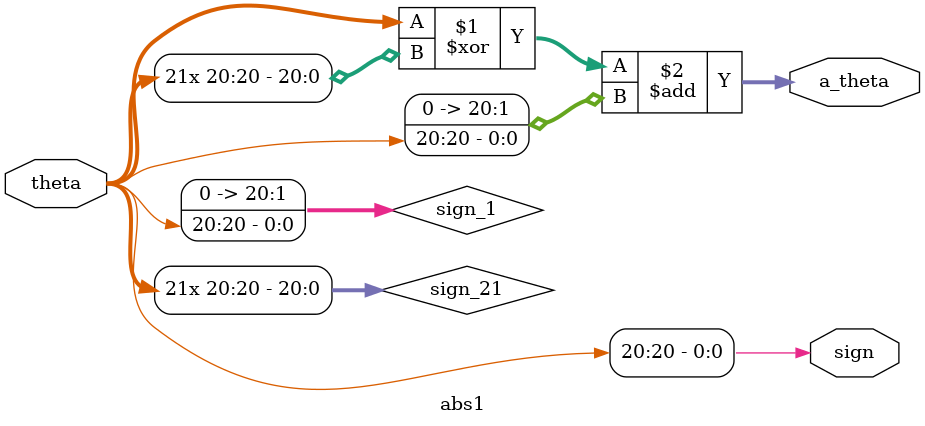
<source format=v>
`timescale 1ns / 1ps


module flow(
    input clk,
    //input [15:0] X0,
    //input [15:0] Y0,
    input [20:0] theta_in,
    output reg [20:0] cosh_r,
    output reg [20:0] sinh_r
    );
    
    //integer a; // rectify this 
   
    reg [20:0] X0,Y0,theta0;
    //assign Y0 = a[31:16];
    //assign X0 = a[16:0];
    
    wire [20:0] X1, Y1, X2, Y2, X3, Y3;
	wire [20:0] theta1, theta2, theta3;
	wire [20:0] cosh,sinh;
	
	
	reg [20:0] X1_r, Y1_r, X2_r, Y2_r, X3_r, Y3_r;
	reg [20:0] theta1_r, theta2_r, theta3_r;
	
	//wire [15:0]t_abs;
	//wire s_bit;
	
	//abs1 inst(theta0,t_abs, s_bit);
	
	stage_1 s1(X0, Y0, theta0, X1, Y1, theta1);
	
	stage_2 s2(X1_r, Y1_r, theta1_r, X2, Y2, theta2);

	stage_3 s3(X2_r, Y2_r, theta2_r, X3, Y3, theta3);
	
	stage_4 s4(X3_r, Y3_r, theta3_r, cosh, sinh);


    initial 
        theta0 = 21'b0;
    
    always@(posedge clk)
    begin
        if(theta_in < 21'b000001100100100001111)
        begin
            X0 = 21'b000010000000000000000;
            Y0 = 21'b000000000000000000000;
            theta0 =  theta_in;
        end
        else if(theta_in < 21'b000011001001000011111)
        begin
            X0 = 21'b000010101010001111011;
            Y0 = 21'b000001101111010111001;
            theta0 = theta_in - 21'b000001100100100001111;
        end
        else if(theta_in < 21'b000100101101100101111)
        begin
            X0 = 21'b000101000001010011110;
            Y0 = 21'b000100100110011001101;
            theta0 = theta_in - 21'b000011001001000011111;
        end 
        else
        begin
            X0 = 21'b001010101000111101100;
            Y0 = 21'b001010011100001010010;
            theta0 = theta_in - 21'b000100101101100101111;
        end
	end
	
	always@(posedge clk)
	begin
	   
	   theta1_r <= theta1;
	   theta2_r <= theta2;
	   theta3_r <= theta3;
	   
	   
	   X1_r <= X1;
       X2_r <= X2;
       X3_r <= X3;
        	
       Y1_r <= Y1;
       Y2_r <= Y2;
       Y3_r <= Y3;
       
       cosh_r <= cosh;
       sinh_r <= sinh;
	
	end
	
	
    
endmodule





//stage 1

module stage_1(
	input [20:0] X0, Y0, t0,
	output reg [20:0] X1, Y1, t1);

	wire [20:0] t_abs;
	wire s_bit;
	
	wire [20:0] xs, xc, ys, yc;
	
	
	(*DONT_TOUCH = "YES"*) abs1 inst1 (t0, t_abs, s_bit);
	(*DONT_TOUCH = "YES"*) shift_1 inst2  (X0,Y0,xc,ys);
	(*DONT_TOUCH = "YES"*) shift_1 inst3 (Y0,X0,yc,xs);
	
	
	//wire [15:0] xs_c,ys_c;
	//two_c inst_c1(xs,ys,xs_c,ys_c);
	
	
	
	always@(*)begin
		if(t_abs <=21'b000000100000000000000)
		begin
			X1 = X0;
			Y1 = Y0;
			t1 = t0;	
		end
		else
		begin
		     X1 = (s_bit) ? xc-ys : xc+ys ;
		     //X1 = xc+ys;
		     Y1 = (s_bit) ? yc-xs : yc+xs ;
		     t1 = (s_bit) ? t0 +21'b000001000000000000000 : t0 - 21'b000001000000000000000 ;
		end
		
		
		
	end

endmodule



// stage 2

module stage_2(
	input [20:0]X,Y,t,
	output reg [20:0] Xn, Yn, tn);
	
	wire [20:0] t_abs;
	wire s_bit;
	
	(*DONT_TOUCH = "YES"*) abs1 inst4(t,t_abs,s_bit);
	
	wire [20:0] xc,ys, yc, xs;
	
	(*DONT_TOUCH = "YES"*) shift_2 inst5(X,Y,t_abs,xc,ys);
	(*DONT_TOUCH = "YES"*) shift_2 inst6(Y,X,t_abs,yc,xs);
	
	always@(*)begin
		if(t_abs <= 21'b000000001000000000000)
		begin
			Xn = X;
			Yn = Y;
			tn = t;
			
		end
		else
		begin
		
			Xn = (s_bit)? (xc-ys) : (xc+ys) ;
			Yn = (s_bit)? (yc-xs) : (yc+xs) ;
			
			if (t_abs > 21'b000000011000000000000)
			begin
				tn = (s_bit) ? (t+21'b000000100000000000000) : (t-21'b000000100000000000000) ;
			end
			else
			begin
				tn = (s_bit) ? (t+21'b000000010000000000000) : (t-21'b000000010000000000000) ;
			end
			
		end
	end
	
	
endmodule

// stage 3

module stage_3(
	input [20:0]X,Y,t,
	output reg [20:0] Xn, Yn, tn);
	
	wire [20:0] t_abs;
	wire s_bit;
	
	(*DONT_TOUCH = "YES"*) abs1 inst7(t,t_abs,s_bit);
	
	wire [20:0] xc,ys, yc, xs;
	
	(*DONT_TOUCH = "YES"*) shift_3 inst8(X,Y,t_abs,xc,ys);
	(*DONT_TOUCH = "YES"*) shift_3 inst9(Y,X,t_abs,yc,xs);
	
	//wire [15:0] xs_c,ys_c;
	//two_c inst_c3(xs,ys,xs_c,ys_c);
	
	
	always@(*)begin
		if(t_abs <= 21'b000000000010000000000)
		begin
			Xn = X;
			Yn = Y;
			tn = t;
			
		end
		else
		begin
		
			Xn = (s_bit)? (xc-ys) : (xc+ys) ;
			//Xn = xc+ys;
			Yn = (s_bit)? (yc-xs) : (yc+xs) ;
			
			if (t_abs > 21'b000000000110000000000)
			begin
				tn = (s_bit) ? (t+21'b000000001000000000000) : (t-21'b000000001000000000000) ;
			end
			else
			begin
				tn = (s_bit) ? (t+21'b000000000100000000000) : (t-21'b000000000100000000000) ;
			end
			
		end
	end
	
	
endmodule


//// stage 4

// stage 4




module stage_4(
	input [20:0] X,Y,t,
	output [20:0] Xn, Yn);
	
	wire [20:0] t_abs;
	wire s_bit;
	
	//wire [3:0] kc;
	
	(*DONT_TOUCH = "YES"*)abs1 inst10(t,t_abs,s_bit);
	
	//assign kc = 4'b0001;   
	//assign ks = 4'b0001;
	
	wire [20:0] X_sh, Y_sh;
	
	assign X_sh = (X>>7);
	assign Y_sh = (Y>>7);
	
	assign Xn = (s_bit) ? (X + (X>>13) -Y_sh) : (X + (X>>13) +Y_sh) ; 
	assign Yn = (s_bit) ? (Y + (Y>>13) -X_sh) : (Y + (Y>>13) +X_sh) ; //Yn_t
	
	//to determine residual error 
//	wire [15:0] r_an;
//	assign r_an = (s_bit)? (t + 16'b0000000010000000) : (t - 16'b0000000010000000);
	
	
endmodule


// shift 1

module shift_1 (
	input [20:0] x,y,
	output [20:0] xs, ys);
	

	assign ys = (y>>1) + (y>>6) + (y>>8) + (y>>10) + (y>>11);
	
   	assign xs = (x) + (x>>3) + (x>>9) + (x>>11) + (x>>13) + (x>>15);
	
endmodule

// shift 2

module shift_2(
	input [20:0] x,y,
	input [20:0] t_abs,
	output [20:0] sx,sy);

	
	wire [20:0] sx_1, sx_2;
	
	assign sx_1 = (x) + (x>>5) + (x>>13) + (x>>15); 
	assign sx_2 = (x) + (x>>7);
	
	assign sx = (t_abs  > 21'b000000011000000000000) ? sx_1 : sx_2;
	
	
	wire [15:0] sy_1, sy_2;
	
	assign sy_1 = (y>>2) + (y>>9) + (y>>11) + (y>>13) + (y>>15);
	assign sy_2 = (y>>3) + (y>>12) + (y>>14);
	
	assign sy = (t_abs  > 21'b000000011000000000000) ? sy_1 : sy_2;
	
endmodule

// shift 3

module shift_3(
	input[20:0]x,y,
	input [20:0] t_abs,
	output [20:0] sx,sy);

	wire [20:0] sx_1, sx_2;
	
	assign sx_1 = (x) + (x>>9);
	assign sx_2 = (x) + (x>>11);
	
	assign sx = (t_abs  > 21'b000000000110000000000) ? sx_1 : sx_2;
	
	
	wire [20:0] sy_1, sy_2;
	
	assign sy_1 = (y>>4) + (y>>15);
	assign sy_2 = (y>>5);
	
	assign sy = (t_abs  > 21'b000000000110000000000) ? sy_1 : sy_2;
	
endmodule





// absolute value

module abs1(
	input [20:0] theta,
	output [20:0] a_theta,
	output sign);
	

	
	wire [20:0] sign_21;
	wire [20:0] sign_1;
	assign sign = theta[20];
	
	assign sign_21 = {21{theta[20]}};
	assign sign_1 = {20'b0 , theta[20]};
	
	assign a_theta = (theta^sign_21) + sign_1;
	

endmodule

</source>
